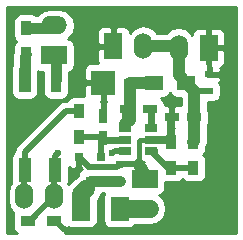
<source format=gbl>
G04 #@! TF.FileFunction,Copper,L2,Bot,Signal*
%FSLAX46Y46*%
G04 Gerber Fmt 4.6, Leading zero omitted, Abs format (unit mm)*
G04 Created by KiCad (PCBNEW 0.201510241816+6277~30~ubuntu14.04.1-product) date 2015-10-26T15:41:35 CET*
%MOMM*%
G01*
G04 APERTURE LIST*
%ADD10C,0.100000*%
%ADD11R,1.200000X0.750000*%
%ADD12R,0.750000X1.200000*%
%ADD13R,2.000000X2.000000*%
%ADD14R,1.000000X0.726000*%
%ADD15R,0.700000X0.600000*%
%ADD16R,1.524000X2.032000*%
%ADD17R,1.060000X0.650000*%
%ADD18R,2.197100X1.524000*%
%ADD19O,2.197100X1.524000*%
%ADD20R,1.524000X2.197100*%
%ADD21O,1.524000X2.197100*%
%ADD22O,1.524000X2.200000*%
%ADD23R,1.500000X1.300000*%
%ADD24R,0.800100X0.800100*%
%ADD25R,0.900000X1.200000*%
%ADD26R,1.200000X0.900000*%
%ADD27R,0.899160X1.998980*%
%ADD28R,1.000760X1.998980*%
%ADD29C,0.600000*%
%ADD30C,0.600000*%
%ADD31C,1.000000*%
%ADD32C,0.500000*%
%ADD33C,0.400000*%
%ADD34C,0.900000*%
%ADD35C,0.700000*%
%ADD36C,1.500000*%
%ADD37C,0.254000*%
G04 APERTURE END LIST*
D10*
D11*
X102423000Y-66802000D03*
X100523000Y-66802000D03*
X106169500Y-67500500D03*
X104269500Y-67500500D03*
D12*
X98488500Y-69276000D03*
X98488500Y-67376000D03*
D13*
X98488500Y-64579500D03*
D14*
X100711000Y-64579500D03*
D15*
X99885500Y-71499500D03*
X99885500Y-72899500D03*
X107442000Y-63866800D03*
X107442000Y-65266800D03*
D16*
X99885500Y-75247500D03*
X96583500Y-75247500D03*
D17*
X102530000Y-68458000D03*
X102530000Y-69408000D03*
X102530000Y-70358000D03*
X100330000Y-70358000D03*
X100330000Y-68458000D03*
X100330000Y-69408000D03*
D18*
X101993700Y-72707500D03*
D19*
X101993700Y-75247500D03*
D18*
X94335600Y-62280800D03*
D19*
X94335600Y-59740800D03*
D20*
X99314000Y-61493400D03*
D21*
X101854000Y-61493400D03*
D20*
X107391200Y-61645800D03*
D21*
X104851200Y-61645800D03*
D22*
X94335600Y-74218800D03*
X91795600Y-74218800D03*
D23*
X102790000Y-64579500D03*
X105490000Y-64579500D03*
D24*
X96395500Y-70881240D03*
X98295500Y-70881240D03*
X97345500Y-72880220D03*
D25*
X96418400Y-69189600D03*
X96418400Y-66989600D03*
D26*
X92067200Y-76301600D03*
X94267200Y-76301600D03*
D25*
X91948000Y-59961600D03*
X91948000Y-62161600D03*
X104203500Y-69575500D03*
X104203500Y-71775500D03*
X106108500Y-69575500D03*
X106108500Y-71775500D03*
D27*
X94465140Y-64373760D03*
D28*
X91815920Y-64373760D03*
X91815920Y-71973440D03*
X94416880Y-71973440D03*
D29*
X95885000Y-72390000D03*
X104267000Y-66230500D03*
X94678500Y-70548500D03*
X99250500Y-70548500D03*
D30*
X102530000Y-68458000D02*
X102530000Y-66909000D01*
X102530000Y-66909000D02*
X102423000Y-66802000D01*
D31*
X100711000Y-64579500D02*
X102790000Y-64579500D01*
D30*
X100330000Y-68458000D02*
X100330000Y-68084260D01*
X100330000Y-68084260D02*
X100330000Y-66995000D01*
D31*
X100711000Y-64579500D02*
X100711000Y-67703260D01*
X100711000Y-67703260D02*
X100330000Y-68084260D01*
D30*
X100330000Y-66995000D02*
X100523000Y-66802000D01*
D32*
X107442000Y-65266800D02*
X106177300Y-65266800D01*
X106177300Y-65266800D02*
X106169500Y-65259000D01*
D31*
X104851200Y-61645800D02*
X104851200Y-63940700D01*
X104851200Y-63940700D02*
X105490000Y-64579500D01*
X101854000Y-61493400D02*
X104698800Y-61493400D01*
X104698800Y-61493400D02*
X104851200Y-61645800D01*
X106169500Y-67500500D02*
X106169500Y-69514500D01*
X106169500Y-69514500D02*
X106108500Y-69575500D01*
X106169500Y-67500500D02*
X106169500Y-65259000D01*
X106169500Y-65259000D02*
X105490000Y-64579500D01*
D32*
X96395500Y-70881240D02*
X96395500Y-71879500D01*
X96395500Y-71879500D02*
X95885000Y-72390000D01*
X95204600Y-77089000D02*
X95758000Y-77089000D01*
X94267200Y-76301600D02*
X94417200Y-76301600D01*
X94417200Y-76301600D02*
X95204600Y-77089000D01*
X96395500Y-70881240D02*
X97245551Y-71731291D01*
X97245551Y-71731291D02*
X99653709Y-71731291D01*
X99653709Y-71731291D02*
X99885500Y-71499500D01*
D33*
X101473000Y-69535000D02*
X101473000Y-71256796D01*
X101473000Y-71256796D02*
X101473000Y-71730043D01*
D32*
X101993700Y-71777496D02*
X101473000Y-71256796D01*
X101993700Y-72707500D02*
X101993700Y-71777496D01*
X99885500Y-71499500D02*
X101242457Y-71499500D01*
X101242457Y-71499500D02*
X101473000Y-71730043D01*
D33*
X101473000Y-71730043D02*
X101473000Y-72009000D01*
D34*
X101993700Y-72707500D02*
X101993700Y-72250743D01*
X101993700Y-72250743D02*
X101473000Y-71730043D01*
D33*
X104269500Y-67500500D02*
X104269500Y-66233000D01*
X104269500Y-66233000D02*
X104267000Y-66230500D01*
X102530000Y-69408000D02*
X101600000Y-69408000D01*
X101600000Y-69408000D02*
X101473000Y-69535000D01*
D35*
X104203500Y-69575500D02*
X104203500Y-67566500D01*
X104203500Y-67566500D02*
X104269500Y-67500500D01*
X102530000Y-69408000D02*
X104036000Y-69408000D01*
X104036000Y-69408000D02*
X104203500Y-69575500D01*
D32*
X96418400Y-69189600D02*
X98402100Y-69189600D01*
X98402100Y-69189600D02*
X98488500Y-69276000D01*
X98295500Y-70881240D02*
X98295500Y-69469000D01*
X98295500Y-69469000D02*
X98488500Y-69276000D01*
D30*
X100330000Y-69408000D02*
X98620500Y-69408000D01*
X98620500Y-69408000D02*
X98488500Y-69276000D01*
D34*
X97345500Y-72880220D02*
X99866220Y-72880220D01*
X99866220Y-72880220D02*
X99885500Y-72899500D01*
X97345500Y-72880220D02*
X97345500Y-73279000D01*
X97345500Y-73279000D02*
X97028000Y-73596500D01*
D36*
X96583500Y-74041000D02*
X96583500Y-75247500D01*
X96583500Y-74041000D02*
X97028000Y-73596500D01*
X102425500Y-75247500D02*
X99885500Y-75247500D01*
D32*
X104203500Y-71775500D02*
X103947500Y-71775500D01*
X103947500Y-71775500D02*
X102530000Y-70358000D01*
X106108500Y-71775500D02*
X104203500Y-71775500D01*
D35*
X102735000Y-70358000D02*
X102530000Y-70358000D01*
D32*
X94335600Y-74218800D02*
X94335600Y-72054720D01*
X94335600Y-72054720D02*
X94416880Y-71973440D01*
X92067200Y-76301600D02*
X92252800Y-76301600D01*
X92252800Y-76301600D02*
X94335600Y-74218800D01*
X94416880Y-71973440D02*
X94416880Y-70810120D01*
X94416880Y-70810120D02*
X94678500Y-70548500D01*
X100330000Y-70358000D02*
X99441000Y-70358000D01*
X99441000Y-70358000D02*
X99250500Y-70548500D01*
D34*
X91948000Y-59961600D02*
X94114800Y-59961600D01*
X94114800Y-59961600D02*
X94335600Y-59740800D01*
D32*
X91815920Y-71973440D02*
X91815920Y-70473950D01*
X91815920Y-70473950D02*
X95300270Y-66989600D01*
X95300270Y-66989600D02*
X95468400Y-66989600D01*
X96418400Y-66989600D02*
X95468400Y-66989600D01*
X95468400Y-66989600D02*
X95452800Y-67005200D01*
X91795600Y-74218800D02*
X91795600Y-71993760D01*
X91795600Y-71993760D02*
X91815920Y-71973440D01*
D34*
X94465140Y-64373760D02*
X94465140Y-62410340D01*
X94465140Y-62410340D02*
X94335600Y-62280800D01*
X91815920Y-64373760D02*
X91815920Y-62293680D01*
X91815920Y-62293680D02*
X91948000Y-62161600D01*
D37*
G36*
X109678000Y-77293000D02*
X95219479Y-77293000D01*
X95226898Y-77289927D01*
X95405527Y-77111299D01*
X95502200Y-76877910D01*
X95502200Y-76813872D01*
X95569610Y-76859931D01*
X95821500Y-76910940D01*
X97345500Y-76910940D01*
X97580817Y-76866662D01*
X97796941Y-76727590D01*
X97941931Y-76515390D01*
X97992940Y-76263500D01*
X97992940Y-74590246D01*
X98007343Y-74575843D01*
X98307573Y-74126516D01*
X98339657Y-73965220D01*
X98536901Y-73965220D01*
X98527069Y-73979610D01*
X98476060Y-74231500D01*
X98476060Y-76263500D01*
X98520338Y-76498817D01*
X98659410Y-76714941D01*
X98871610Y-76859931D01*
X99123500Y-76910940D01*
X100647500Y-76910940D01*
X100882817Y-76866662D01*
X101098941Y-76727590D01*
X101163913Y-76632500D01*
X101562860Y-76632500D01*
X101623188Y-76644500D01*
X102364212Y-76644500D01*
X102424540Y-76632500D01*
X102425500Y-76632500D01*
X102955517Y-76527073D01*
X103404843Y-76226843D01*
X103705073Y-75777517D01*
X103810500Y-75247500D01*
X103705073Y-74717483D01*
X103404843Y-74268157D01*
X103159913Y-74104500D01*
X103218560Y-74104500D01*
X103451949Y-74007827D01*
X103630577Y-73829198D01*
X103727250Y-73595809D01*
X103727250Y-73017624D01*
X103753500Y-73022940D01*
X104653500Y-73022940D01*
X104888817Y-72978662D01*
X105104941Y-72839590D01*
X105155209Y-72766021D01*
X105194410Y-72826941D01*
X105406610Y-72971931D01*
X105658500Y-73022940D01*
X106558500Y-73022940D01*
X106793817Y-72978662D01*
X107009941Y-72839590D01*
X107154931Y-72627390D01*
X107205940Y-72375500D01*
X107205940Y-71175500D01*
X107161662Y-70940183D01*
X107022590Y-70724059D01*
X106952789Y-70676366D01*
X107009941Y-70639590D01*
X107154931Y-70427390D01*
X107205940Y-70175500D01*
X107205940Y-69967049D01*
X107218103Y-69948846D01*
X107304500Y-69514500D01*
X107304500Y-68217297D01*
X107365931Y-68127390D01*
X107416940Y-67875500D01*
X107416940Y-67125500D01*
X107372662Y-66890183D01*
X107304500Y-66784256D01*
X107304500Y-66214240D01*
X107792000Y-66214240D01*
X108027317Y-66169962D01*
X108243441Y-66030890D01*
X108388431Y-65818690D01*
X108439440Y-65566800D01*
X108439440Y-64966800D01*
X108395162Y-64731483D01*
X108289518Y-64567307D01*
X108330327Y-64526498D01*
X108427000Y-64293109D01*
X108427000Y-64152550D01*
X108268250Y-63993800D01*
X107569000Y-63993800D01*
X107569000Y-64013800D01*
X107315000Y-64013800D01*
X107315000Y-63993800D01*
X107295000Y-63993800D01*
X107295000Y-63739800D01*
X107315000Y-63739800D01*
X107315000Y-63090550D01*
X107264200Y-63039750D01*
X107264200Y-61772800D01*
X107518200Y-61772800D01*
X107518200Y-63220600D01*
X107569000Y-63271400D01*
X107569000Y-63739800D01*
X108268250Y-63739800D01*
X108427000Y-63581050D01*
X108427000Y-63440491D01*
X108383784Y-63336158D01*
X108512898Y-63282677D01*
X108691527Y-63104049D01*
X108788200Y-62870660D01*
X108788200Y-61931550D01*
X108629450Y-61772800D01*
X107518200Y-61772800D01*
X107264200Y-61772800D01*
X107244200Y-61772800D01*
X107244200Y-61518800D01*
X107264200Y-61518800D01*
X107264200Y-60071000D01*
X107518200Y-60071000D01*
X107518200Y-61518800D01*
X108629450Y-61518800D01*
X108788200Y-61360050D01*
X108788200Y-60420940D01*
X108691527Y-60187551D01*
X108512898Y-60008923D01*
X108279509Y-59912250D01*
X107676950Y-59912250D01*
X107518200Y-60071000D01*
X107264200Y-60071000D01*
X107105450Y-59912250D01*
X106502891Y-59912250D01*
X106269502Y-60008923D01*
X106090873Y-60187551D01*
X105994200Y-60420940D01*
X105994200Y-60519691D01*
X105839028Y-60287460D01*
X105385809Y-59984628D01*
X104851200Y-59878288D01*
X104316591Y-59984628D01*
X103863372Y-60287460D01*
X103815971Y-60358400D01*
X102991059Y-60358400D01*
X102841828Y-60135060D01*
X102388609Y-59832228D01*
X101854000Y-59725888D01*
X101319391Y-59832228D01*
X100866172Y-60135060D01*
X100711000Y-60367291D01*
X100711000Y-60268540D01*
X100614327Y-60035151D01*
X100435698Y-59856523D01*
X100202309Y-59759850D01*
X99599750Y-59759850D01*
X99441000Y-59918600D01*
X99441000Y-61366400D01*
X99461000Y-61366400D01*
X99461000Y-61620400D01*
X99441000Y-61620400D01*
X99441000Y-61640400D01*
X99187000Y-61640400D01*
X99187000Y-61620400D01*
X98075750Y-61620400D01*
X97917000Y-61779150D01*
X97917000Y-62718260D01*
X98010712Y-62944500D01*
X97362191Y-62944500D01*
X97128802Y-63041173D01*
X96950173Y-63219801D01*
X96853500Y-63453190D01*
X96853500Y-64293750D01*
X97012250Y-64452500D01*
X98361500Y-64452500D01*
X98361500Y-64432500D01*
X98615500Y-64432500D01*
X98615500Y-64452500D01*
X98635500Y-64452500D01*
X98635500Y-64706500D01*
X98615500Y-64706500D01*
X98615500Y-66055750D01*
X98737500Y-66177750D01*
X98615500Y-66299750D01*
X98615500Y-67249000D01*
X98635500Y-67249000D01*
X98635500Y-67503000D01*
X98615500Y-67503000D01*
X98615500Y-67523000D01*
X98361500Y-67523000D01*
X98361500Y-67503000D01*
X98341500Y-67503000D01*
X98341500Y-67249000D01*
X98361500Y-67249000D01*
X98361500Y-66299750D01*
X98239500Y-66177750D01*
X98361500Y-66055750D01*
X98361500Y-64706500D01*
X97012250Y-64706500D01*
X96853500Y-64865250D01*
X96853500Y-65705810D01*
X96868571Y-65742195D01*
X96868400Y-65742160D01*
X95968400Y-65742160D01*
X95733083Y-65786438D01*
X95516959Y-65925510D01*
X95394592Y-66104600D01*
X95300275Y-66104600D01*
X95300270Y-66104599D01*
X95017786Y-66160790D01*
X94961595Y-66171967D01*
X94674480Y-66363810D01*
X94674478Y-66363813D01*
X91190130Y-69848160D01*
X90998287Y-70135275D01*
X90998287Y-70135276D01*
X90932536Y-70465822D01*
X90864099Y-70509860D01*
X90719109Y-70722060D01*
X90668100Y-70973950D01*
X90668100Y-72972930D01*
X90682060Y-73047122D01*
X90504940Y-73312200D01*
X90398600Y-73846809D01*
X90398600Y-74590791D01*
X90504940Y-75125400D01*
X90807772Y-75578619D01*
X90867023Y-75618209D01*
X90819760Y-75851600D01*
X90819760Y-76751600D01*
X90864038Y-76986917D01*
X91003110Y-77203041D01*
X91134769Y-77293000D01*
X90347000Y-77293000D01*
X90347000Y-63374270D01*
X90668100Y-63374270D01*
X90668100Y-65373250D01*
X90712378Y-65608567D01*
X90851450Y-65824691D01*
X91063650Y-65969681D01*
X91315540Y-66020690D01*
X92316300Y-66020690D01*
X92551617Y-65976412D01*
X92767741Y-65837340D01*
X92912731Y-65625140D01*
X92963740Y-65373250D01*
X92963740Y-63624595D01*
X92985160Y-63639231D01*
X93237050Y-63690240D01*
X93368120Y-63690240D01*
X93368120Y-65373250D01*
X93412398Y-65608567D01*
X93551470Y-65824691D01*
X93763670Y-65969681D01*
X94015560Y-66020690D01*
X94914720Y-66020690D01*
X95150037Y-65976412D01*
X95366161Y-65837340D01*
X95511151Y-65625140D01*
X95562160Y-65373250D01*
X95562160Y-63666153D01*
X95669467Y-63645962D01*
X95885591Y-63506890D01*
X96030581Y-63294690D01*
X96081590Y-63042800D01*
X96081590Y-61518800D01*
X96037312Y-61283483D01*
X95898240Y-61067359D01*
X95686040Y-60922369D01*
X95469587Y-60878536D01*
X95693940Y-60728628D01*
X95996772Y-60275409D01*
X95998138Y-60268540D01*
X97917000Y-60268540D01*
X97917000Y-61207650D01*
X98075750Y-61366400D01*
X99187000Y-61366400D01*
X99187000Y-59918600D01*
X99028250Y-59759850D01*
X98425691Y-59759850D01*
X98192302Y-59856523D01*
X98013673Y-60035151D01*
X97917000Y-60268540D01*
X95998138Y-60268540D01*
X96103112Y-59740800D01*
X95996772Y-59206191D01*
X95693940Y-58752972D01*
X95240721Y-58450140D01*
X94706112Y-58343800D01*
X93965088Y-58343800D01*
X93430479Y-58450140D01*
X92977260Y-58752972D01*
X92894654Y-58876600D01*
X92812975Y-58876600D01*
X92649890Y-58765169D01*
X92398000Y-58714160D01*
X91498000Y-58714160D01*
X91262683Y-58758438D01*
X91046559Y-58897510D01*
X90901569Y-59109710D01*
X90850560Y-59361600D01*
X90850560Y-60561600D01*
X90894838Y-60796917D01*
X91033910Y-61013041D01*
X91103711Y-61060734D01*
X91046559Y-61097510D01*
X90901569Y-61309710D01*
X90850560Y-61561600D01*
X90850560Y-61823020D01*
X90813511Y-61878468D01*
X90730920Y-62293680D01*
X90730920Y-63105094D01*
X90719109Y-63122380D01*
X90668100Y-63374270D01*
X90347000Y-63374270D01*
X90347000Y-58216000D01*
X109678000Y-58216000D01*
X109678000Y-77293000D01*
X109678000Y-77293000D01*
G37*
X109678000Y-77293000D02*
X95219479Y-77293000D01*
X95226898Y-77289927D01*
X95405527Y-77111299D01*
X95502200Y-76877910D01*
X95502200Y-76813872D01*
X95569610Y-76859931D01*
X95821500Y-76910940D01*
X97345500Y-76910940D01*
X97580817Y-76866662D01*
X97796941Y-76727590D01*
X97941931Y-76515390D01*
X97992940Y-76263500D01*
X97992940Y-74590246D01*
X98007343Y-74575843D01*
X98307573Y-74126516D01*
X98339657Y-73965220D01*
X98536901Y-73965220D01*
X98527069Y-73979610D01*
X98476060Y-74231500D01*
X98476060Y-76263500D01*
X98520338Y-76498817D01*
X98659410Y-76714941D01*
X98871610Y-76859931D01*
X99123500Y-76910940D01*
X100647500Y-76910940D01*
X100882817Y-76866662D01*
X101098941Y-76727590D01*
X101163913Y-76632500D01*
X101562860Y-76632500D01*
X101623188Y-76644500D01*
X102364212Y-76644500D01*
X102424540Y-76632500D01*
X102425500Y-76632500D01*
X102955517Y-76527073D01*
X103404843Y-76226843D01*
X103705073Y-75777517D01*
X103810500Y-75247500D01*
X103705073Y-74717483D01*
X103404843Y-74268157D01*
X103159913Y-74104500D01*
X103218560Y-74104500D01*
X103451949Y-74007827D01*
X103630577Y-73829198D01*
X103727250Y-73595809D01*
X103727250Y-73017624D01*
X103753500Y-73022940D01*
X104653500Y-73022940D01*
X104888817Y-72978662D01*
X105104941Y-72839590D01*
X105155209Y-72766021D01*
X105194410Y-72826941D01*
X105406610Y-72971931D01*
X105658500Y-73022940D01*
X106558500Y-73022940D01*
X106793817Y-72978662D01*
X107009941Y-72839590D01*
X107154931Y-72627390D01*
X107205940Y-72375500D01*
X107205940Y-71175500D01*
X107161662Y-70940183D01*
X107022590Y-70724059D01*
X106952789Y-70676366D01*
X107009941Y-70639590D01*
X107154931Y-70427390D01*
X107205940Y-70175500D01*
X107205940Y-69967049D01*
X107218103Y-69948846D01*
X107304500Y-69514500D01*
X107304500Y-68217297D01*
X107365931Y-68127390D01*
X107416940Y-67875500D01*
X107416940Y-67125500D01*
X107372662Y-66890183D01*
X107304500Y-66784256D01*
X107304500Y-66214240D01*
X107792000Y-66214240D01*
X108027317Y-66169962D01*
X108243441Y-66030890D01*
X108388431Y-65818690D01*
X108439440Y-65566800D01*
X108439440Y-64966800D01*
X108395162Y-64731483D01*
X108289518Y-64567307D01*
X108330327Y-64526498D01*
X108427000Y-64293109D01*
X108427000Y-64152550D01*
X108268250Y-63993800D01*
X107569000Y-63993800D01*
X107569000Y-64013800D01*
X107315000Y-64013800D01*
X107315000Y-63993800D01*
X107295000Y-63993800D01*
X107295000Y-63739800D01*
X107315000Y-63739800D01*
X107315000Y-63090550D01*
X107264200Y-63039750D01*
X107264200Y-61772800D01*
X107518200Y-61772800D01*
X107518200Y-63220600D01*
X107569000Y-63271400D01*
X107569000Y-63739800D01*
X108268250Y-63739800D01*
X108427000Y-63581050D01*
X108427000Y-63440491D01*
X108383784Y-63336158D01*
X108512898Y-63282677D01*
X108691527Y-63104049D01*
X108788200Y-62870660D01*
X108788200Y-61931550D01*
X108629450Y-61772800D01*
X107518200Y-61772800D01*
X107264200Y-61772800D01*
X107244200Y-61772800D01*
X107244200Y-61518800D01*
X107264200Y-61518800D01*
X107264200Y-60071000D01*
X107518200Y-60071000D01*
X107518200Y-61518800D01*
X108629450Y-61518800D01*
X108788200Y-61360050D01*
X108788200Y-60420940D01*
X108691527Y-60187551D01*
X108512898Y-60008923D01*
X108279509Y-59912250D01*
X107676950Y-59912250D01*
X107518200Y-60071000D01*
X107264200Y-60071000D01*
X107105450Y-59912250D01*
X106502891Y-59912250D01*
X106269502Y-60008923D01*
X106090873Y-60187551D01*
X105994200Y-60420940D01*
X105994200Y-60519691D01*
X105839028Y-60287460D01*
X105385809Y-59984628D01*
X104851200Y-59878288D01*
X104316591Y-59984628D01*
X103863372Y-60287460D01*
X103815971Y-60358400D01*
X102991059Y-60358400D01*
X102841828Y-60135060D01*
X102388609Y-59832228D01*
X101854000Y-59725888D01*
X101319391Y-59832228D01*
X100866172Y-60135060D01*
X100711000Y-60367291D01*
X100711000Y-60268540D01*
X100614327Y-60035151D01*
X100435698Y-59856523D01*
X100202309Y-59759850D01*
X99599750Y-59759850D01*
X99441000Y-59918600D01*
X99441000Y-61366400D01*
X99461000Y-61366400D01*
X99461000Y-61620400D01*
X99441000Y-61620400D01*
X99441000Y-61640400D01*
X99187000Y-61640400D01*
X99187000Y-61620400D01*
X98075750Y-61620400D01*
X97917000Y-61779150D01*
X97917000Y-62718260D01*
X98010712Y-62944500D01*
X97362191Y-62944500D01*
X97128802Y-63041173D01*
X96950173Y-63219801D01*
X96853500Y-63453190D01*
X96853500Y-64293750D01*
X97012250Y-64452500D01*
X98361500Y-64452500D01*
X98361500Y-64432500D01*
X98615500Y-64432500D01*
X98615500Y-64452500D01*
X98635500Y-64452500D01*
X98635500Y-64706500D01*
X98615500Y-64706500D01*
X98615500Y-66055750D01*
X98737500Y-66177750D01*
X98615500Y-66299750D01*
X98615500Y-67249000D01*
X98635500Y-67249000D01*
X98635500Y-67503000D01*
X98615500Y-67503000D01*
X98615500Y-67523000D01*
X98361500Y-67523000D01*
X98361500Y-67503000D01*
X98341500Y-67503000D01*
X98341500Y-67249000D01*
X98361500Y-67249000D01*
X98361500Y-66299750D01*
X98239500Y-66177750D01*
X98361500Y-66055750D01*
X98361500Y-64706500D01*
X97012250Y-64706500D01*
X96853500Y-64865250D01*
X96853500Y-65705810D01*
X96868571Y-65742195D01*
X96868400Y-65742160D01*
X95968400Y-65742160D01*
X95733083Y-65786438D01*
X95516959Y-65925510D01*
X95394592Y-66104600D01*
X95300275Y-66104600D01*
X95300270Y-66104599D01*
X95017786Y-66160790D01*
X94961595Y-66171967D01*
X94674480Y-66363810D01*
X94674478Y-66363813D01*
X91190130Y-69848160D01*
X90998287Y-70135275D01*
X90998287Y-70135276D01*
X90932536Y-70465822D01*
X90864099Y-70509860D01*
X90719109Y-70722060D01*
X90668100Y-70973950D01*
X90668100Y-72972930D01*
X90682060Y-73047122D01*
X90504940Y-73312200D01*
X90398600Y-73846809D01*
X90398600Y-74590791D01*
X90504940Y-75125400D01*
X90807772Y-75578619D01*
X90867023Y-75618209D01*
X90819760Y-75851600D01*
X90819760Y-76751600D01*
X90864038Y-76986917D01*
X91003110Y-77203041D01*
X91134769Y-77293000D01*
X90347000Y-77293000D01*
X90347000Y-63374270D01*
X90668100Y-63374270D01*
X90668100Y-65373250D01*
X90712378Y-65608567D01*
X90851450Y-65824691D01*
X91063650Y-65969681D01*
X91315540Y-66020690D01*
X92316300Y-66020690D01*
X92551617Y-65976412D01*
X92767741Y-65837340D01*
X92912731Y-65625140D01*
X92963740Y-65373250D01*
X92963740Y-63624595D01*
X92985160Y-63639231D01*
X93237050Y-63690240D01*
X93368120Y-63690240D01*
X93368120Y-65373250D01*
X93412398Y-65608567D01*
X93551470Y-65824691D01*
X93763670Y-65969681D01*
X94015560Y-66020690D01*
X94914720Y-66020690D01*
X95150037Y-65976412D01*
X95366161Y-65837340D01*
X95511151Y-65625140D01*
X95562160Y-65373250D01*
X95562160Y-63666153D01*
X95669467Y-63645962D01*
X95885591Y-63506890D01*
X96030581Y-63294690D01*
X96081590Y-63042800D01*
X96081590Y-61518800D01*
X96037312Y-61283483D01*
X95898240Y-61067359D01*
X95686040Y-60922369D01*
X95469587Y-60878536D01*
X95693940Y-60728628D01*
X95996772Y-60275409D01*
X95998138Y-60268540D01*
X97917000Y-60268540D01*
X97917000Y-61207650D01*
X98075750Y-61366400D01*
X99187000Y-61366400D01*
X99187000Y-59918600D01*
X99028250Y-59759850D01*
X98425691Y-59759850D01*
X98192302Y-59856523D01*
X98013673Y-60035151D01*
X97917000Y-60268540D01*
X95998138Y-60268540D01*
X96103112Y-59740800D01*
X95996772Y-59206191D01*
X95693940Y-58752972D01*
X95240721Y-58450140D01*
X94706112Y-58343800D01*
X93965088Y-58343800D01*
X93430479Y-58450140D01*
X92977260Y-58752972D01*
X92894654Y-58876600D01*
X92812975Y-58876600D01*
X92649890Y-58765169D01*
X92398000Y-58714160D01*
X91498000Y-58714160D01*
X91262683Y-58758438D01*
X91046559Y-58897510D01*
X90901569Y-59109710D01*
X90850560Y-59361600D01*
X90850560Y-60561600D01*
X90894838Y-60796917D01*
X91033910Y-61013041D01*
X91103711Y-61060734D01*
X91046559Y-61097510D01*
X90901569Y-61309710D01*
X90850560Y-61561600D01*
X90850560Y-61823020D01*
X90813511Y-61878468D01*
X90730920Y-62293680D01*
X90730920Y-63105094D01*
X90719109Y-63122380D01*
X90668100Y-63374270D01*
X90347000Y-63374270D01*
X90347000Y-58216000D01*
X109678000Y-58216000D01*
X109678000Y-77293000D01*
G36*
X94394200Y-76174600D02*
X94414200Y-76174600D01*
X94414200Y-76428600D01*
X94394200Y-76428600D01*
X94394200Y-76448600D01*
X94140200Y-76448600D01*
X94140200Y-76428600D01*
X94120200Y-76428600D01*
X94120200Y-76174600D01*
X94140200Y-76174600D01*
X94140200Y-76154600D01*
X94394200Y-76154600D01*
X94394200Y-76174600D01*
X94394200Y-76174600D01*
G37*
X94394200Y-76174600D02*
X94414200Y-76174600D01*
X94414200Y-76428600D01*
X94394200Y-76428600D01*
X94394200Y-76448600D01*
X94140200Y-76448600D01*
X94140200Y-76428600D01*
X94120200Y-76428600D01*
X94120200Y-76174600D01*
X94140200Y-76174600D01*
X94140200Y-76154600D01*
X94394200Y-76154600D01*
X94394200Y-76174600D01*
G36*
X96522500Y-70754240D02*
X96542500Y-70754240D01*
X96542500Y-71008240D01*
X96522500Y-71008240D01*
X96522500Y-71757540D01*
X96668657Y-71903697D01*
X96494009Y-72016080D01*
X96349019Y-72228280D01*
X96304948Y-72445909D01*
X96048657Y-72617157D01*
X95604157Y-73061657D01*
X95531505Y-73170389D01*
X95526293Y-73162589D01*
X95564700Y-72972930D01*
X95564700Y-71748565D01*
X95635752Y-71819617D01*
X95869141Y-71916290D01*
X96109750Y-71916290D01*
X96268500Y-71757540D01*
X96268500Y-71008240D01*
X96248500Y-71008240D01*
X96248500Y-70754240D01*
X96268500Y-70754240D01*
X96268500Y-70734240D01*
X96522500Y-70734240D01*
X96522500Y-70754240D01*
X96522500Y-70754240D01*
G37*
X96522500Y-70754240D02*
X96542500Y-70754240D01*
X96542500Y-71008240D01*
X96522500Y-71008240D01*
X96522500Y-71757540D01*
X96668657Y-71903697D01*
X96494009Y-72016080D01*
X96349019Y-72228280D01*
X96304948Y-72445909D01*
X96048657Y-72617157D01*
X95604157Y-73061657D01*
X95531505Y-73170389D01*
X95526293Y-73162589D01*
X95564700Y-72972930D01*
X95564700Y-71748565D01*
X95635752Y-71819617D01*
X95869141Y-71916290D01*
X96109750Y-71916290D01*
X96268500Y-71757540D01*
X96268500Y-71008240D01*
X96248500Y-71008240D01*
X96248500Y-70754240D01*
X96268500Y-70754240D01*
X96268500Y-70734240D01*
X96522500Y-70734240D01*
X96522500Y-70754240D01*
G36*
X102120700Y-72580500D02*
X102140700Y-72580500D01*
X102140700Y-72834500D01*
X102120700Y-72834500D01*
X102120700Y-72854500D01*
X101866700Y-72854500D01*
X101866700Y-72834500D01*
X101846700Y-72834500D01*
X101846700Y-72580500D01*
X101866700Y-72580500D01*
X101866700Y-72560500D01*
X102120700Y-72560500D01*
X102120700Y-72580500D01*
X102120700Y-72580500D01*
G37*
X102120700Y-72580500D02*
X102140700Y-72580500D01*
X102140700Y-72834500D01*
X102120700Y-72834500D01*
X102120700Y-72854500D01*
X101866700Y-72854500D01*
X101866700Y-72834500D01*
X101846700Y-72834500D01*
X101846700Y-72580500D01*
X101866700Y-72580500D01*
X101866700Y-72560500D01*
X102120700Y-72560500D01*
X102120700Y-72580500D01*
G36*
X97431360Y-71732731D02*
X97522816Y-71795220D01*
X97345500Y-71795220D01*
X97156925Y-71832730D01*
X97123590Y-71832730D01*
X97155248Y-71819617D01*
X97333877Y-71640989D01*
X97348934Y-71604638D01*
X97431360Y-71732731D01*
X97431360Y-71732731D01*
G37*
X97431360Y-71732731D02*
X97522816Y-71795220D01*
X97345500Y-71795220D01*
X97156925Y-71832730D01*
X97123590Y-71832730D01*
X97155248Y-71819617D01*
X97333877Y-71640989D01*
X97348934Y-71604638D01*
X97431360Y-71732731D01*
G36*
X100012500Y-71372500D02*
X100032500Y-71372500D01*
X100032500Y-71626500D01*
X100012500Y-71626500D01*
X100012500Y-71646500D01*
X99758500Y-71646500D01*
X99758500Y-71626500D01*
X99738500Y-71626500D01*
X99738500Y-71372500D01*
X99758500Y-71372500D01*
X99758500Y-71352500D01*
X100012500Y-71352500D01*
X100012500Y-71372500D01*
X100012500Y-71372500D01*
G37*
X100012500Y-71372500D02*
X100032500Y-71372500D01*
X100032500Y-71626500D01*
X100012500Y-71626500D01*
X100012500Y-71646500D01*
X99758500Y-71646500D01*
X99758500Y-71626500D01*
X99738500Y-71626500D01*
X99738500Y-71372500D01*
X99758500Y-71372500D01*
X99758500Y-71352500D01*
X100012500Y-71352500D01*
X100012500Y-71372500D01*
G36*
X101535910Y-71134441D02*
X101748110Y-71279431D01*
X101901533Y-71310500D01*
X101866698Y-71310500D01*
X101866698Y-71469248D01*
X101707950Y-71310500D01*
X100965972Y-71310500D01*
X101095317Y-71286162D01*
X101311441Y-71147090D01*
X101431233Y-70971768D01*
X101535910Y-71134441D01*
X101535910Y-71134441D01*
G37*
X101535910Y-71134441D02*
X101748110Y-71279431D01*
X101901533Y-71310500D01*
X101866698Y-71310500D01*
X101866698Y-71469248D01*
X101707950Y-71310500D01*
X100965972Y-71310500D01*
X101095317Y-71286162D01*
X101311441Y-71147090D01*
X101431233Y-70971768D01*
X101535910Y-71134441D01*
G36*
X104275910Y-65680941D02*
X104488110Y-65825931D01*
X104740000Y-65876940D01*
X105034500Y-65876940D01*
X105034500Y-66506526D01*
X104995809Y-66490500D01*
X104555250Y-66490500D01*
X104396500Y-66649250D01*
X104396500Y-67373500D01*
X104416500Y-67373500D01*
X104416500Y-67627500D01*
X104396500Y-67627500D01*
X104396500Y-68351750D01*
X104437250Y-68392500D01*
X104330500Y-68499250D01*
X104330500Y-69448500D01*
X104350500Y-69448500D01*
X104350500Y-69702500D01*
X104330500Y-69702500D01*
X104330500Y-69722500D01*
X104076500Y-69722500D01*
X104076500Y-69702500D01*
X104056500Y-69702500D01*
X104056500Y-69448500D01*
X104076500Y-69448500D01*
X104076500Y-68499250D01*
X104035750Y-68458500D01*
X104142500Y-68351750D01*
X104142500Y-67627500D01*
X104122500Y-67627500D01*
X104122500Y-67373500D01*
X104142500Y-67373500D01*
X104142500Y-66649250D01*
X103983750Y-66490500D01*
X103670440Y-66490500D01*
X103670440Y-66427000D01*
X103626162Y-66191683D01*
X103487090Y-65975559D01*
X103342756Y-65876940D01*
X103540000Y-65876940D01*
X103775317Y-65832662D01*
X103991441Y-65693590D01*
X104136431Y-65481390D01*
X104139081Y-65468303D01*
X104275910Y-65680941D01*
X104275910Y-65680941D01*
G37*
X104275910Y-65680941D02*
X104488110Y-65825931D01*
X104740000Y-65876940D01*
X105034500Y-65876940D01*
X105034500Y-66506526D01*
X104995809Y-66490500D01*
X104555250Y-66490500D01*
X104396500Y-66649250D01*
X104396500Y-67373500D01*
X104416500Y-67373500D01*
X104416500Y-67627500D01*
X104396500Y-67627500D01*
X104396500Y-68351750D01*
X104437250Y-68392500D01*
X104330500Y-68499250D01*
X104330500Y-69448500D01*
X104350500Y-69448500D01*
X104350500Y-69702500D01*
X104330500Y-69702500D01*
X104330500Y-69722500D01*
X104076500Y-69722500D01*
X104076500Y-69702500D01*
X104056500Y-69702500D01*
X104056500Y-69448500D01*
X104076500Y-69448500D01*
X104076500Y-68499250D01*
X104035750Y-68458500D01*
X104142500Y-68351750D01*
X104142500Y-67627500D01*
X104122500Y-67627500D01*
X104122500Y-67373500D01*
X104142500Y-67373500D01*
X104142500Y-66649250D01*
X103983750Y-66490500D01*
X103670440Y-66490500D01*
X103670440Y-66427000D01*
X103626162Y-66191683D01*
X103487090Y-65975559D01*
X103342756Y-65876940D01*
X103540000Y-65876940D01*
X103775317Y-65832662D01*
X103991441Y-65693590D01*
X104136431Y-65481390D01*
X104139081Y-65468303D01*
X104275910Y-65680941D01*
M02*

</source>
